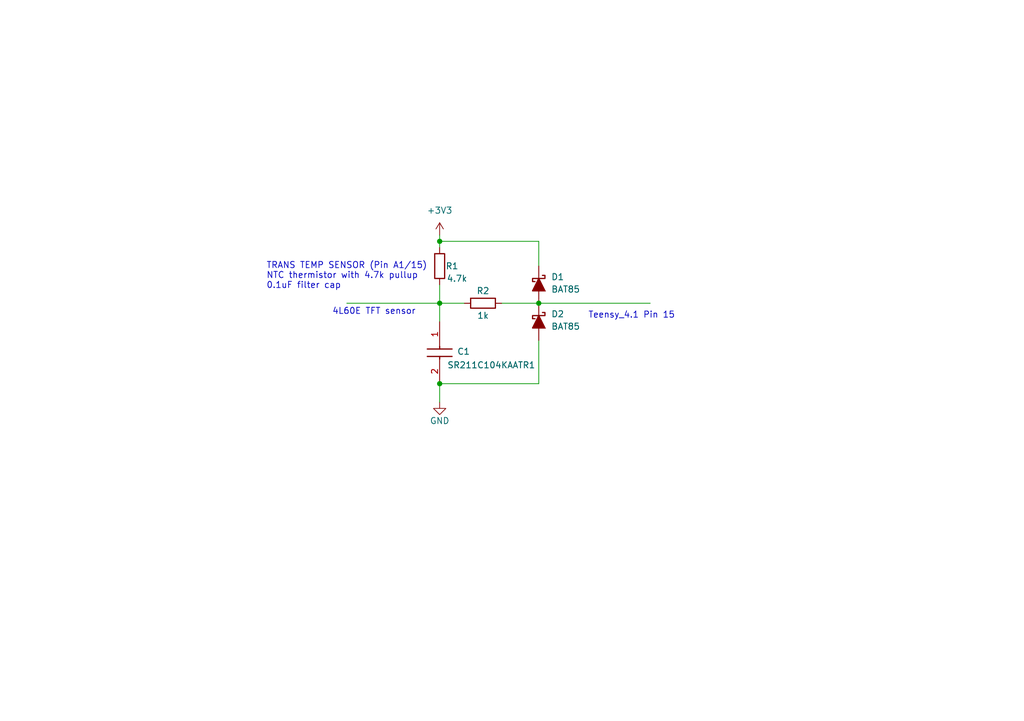
<source format=kicad_sch>
(kicad_sch (version 20250114) (generator "eeschema") (generator_version "9.0")
  (paper "A5")
  (lib_symbols
    (symbol "Device:R" (pin_numbers (hide yes)) (pin_names (offset 0))
      (property "Reference" "R" (at 2.032 0 90))
      (property "Value" "R" (at 0 0 90))
      (symbol "R_0_1"
        (rectangle (start -1.016 -2.54) (end 1.016 2.54) (stroke (width 0.254)))
      )
      (symbol "R_1_1"
        (pin passive line (at 0 3.81 270) (length 1.27) (name "~") (number "1"))
        (pin passive line (at 0 -3.81 90) (length 1.27) (name "~") (number "2"))
      )
    )
    (symbol "PCM_Diode_Schottky_AKL:BAT85" (pin_numbers (hide yes)) (pin_names (offset 1.016) (hide yes))
      (property "Reference" "D" (at 0 5.08 0))
      (property "Value" "BAT85" (at 0 2.54 0))
      (symbol "BAT85_0_1"
        (polyline (pts (xy -1.27 0) (xy 1.27 0)))
        (polyline (pts (xy -1.27 -1.27) (xy -1.27 1.27) (xy 1.27 0) (xy -1.27 -1.27)) (stroke (width 0.254)) (fill (type outline)))
        (polyline (pts (xy 1.905 -0.762) (xy 1.905 -1.27) (xy 1.27 -1.27) (xy 1.27 1.27) (xy 0.635 1.27) (xy 0.635 0.762)) (stroke (width 0.254)))
      )
      (symbol "BAT85_0_2"
        (polyline (pts (xy -2.54 -2.54) (xy 2.54 2.54)))
        (polyline (pts (xy -0.889 -0.889) (xy -1.778 0) (xy 0.889 0.889) (xy 0 -1.778) (xy -0.889 -0.889)) (stroke (width 0.254)) (fill (type outline)))
        (polyline (pts (xy 0 1.778) (xy 1.778 0)) (stroke (width 0.254)))
        (polyline (pts (xy 0 1.778) (xy -0.381 1.397) (xy 0 1.016)) (stroke (width 0.254)))
        (polyline (pts (xy 1.778 0) (xy 2.159 0.381) (xy 1.778 0.762)) (stroke (width 0.254)))
      )
      (symbol "BAT85_1_1"
        (pin passive line (at -3.81 0 0) (length 2.54) (name "A") (number "2"))
        (pin passive line (at 3.81 0 180) (length 2.54) (name "K") (number "1"))
      )
      (symbol "BAT85_1_2"
        (pin passive line (at -2.54 -2.54 0) (length 0) (name "A") (number "2"))
        (pin passive line (at 2.54 2.54 180) (length 0) (name "K") (number "1"))
      )
    )
    (symbol "SamacSys_Parts:SR211C104KAATR1" (pin_names (hide yes))
      (property "Reference" "C" (at 8.89 6.35 0))
      (property "Value" "SR211C104KAATR1" (at 8.89 3.81 0))
      (symbol "SR211C104KAATR1_1_1"
        (polyline (pts (xy 5.08 0) (xy 5.588 0)) (stroke (width 0.254)))
        (polyline (pts (xy 5.588 2.54) (xy 5.588 -2.54)) (stroke (width 0.254)))
        (polyline (pts (xy 7.112 2.54) (xy 7.112 -2.54)) (stroke (width 0.254)))
        (polyline (pts (xy 7.112 0) (xy 7.62 0)) (stroke (width 0.254)))
        (pin passive line (at 0 0 0) (length 5.08) (name "1") (number "1"))
        (pin passive line (at 12.7 0 180) (length 5.08) (name "2") (number "2"))
      )
    )
    (symbol "power:+3V3" (power) (pin_numbers (hide yes)) (pin_names (offset 0) (hide yes))
      (property "Value" "+3V3" (at 0 3.556 0))
      (symbol "+3V3_0_1"
        (polyline (pts (xy -0.762 1.27) (xy 0 2.54)))
        (polyline (pts (xy 0 2.54) (xy 0.762 1.27)))
        (polyline (pts (xy 0 0) (xy 0 2.54)))
      )
      (symbol "+3V3_1_1"
        (pin power_in line (at 0 0 90) (length 0) (name "~") (number "1"))
      )
    )
    (symbol "power:GND" (power) (pin_numbers (hide yes)) (pin_names (offset 0) (hide yes))
      (property "Value" "GND" (at 0 -3.81 0))
      (symbol "GND_0_1"
        (polyline (pts (xy 0 0) (xy 0 -1.27) (xy 1.27 -1.27) (xy 0 -2.54) (xy -1.27 -1.27) (xy 0 -1.27)))
      )
      (symbol "GND_1_1"
        (pin power_in line (at 0 0 270) (length 0) (name "~") (number "1"))
      )
    )
  )
  (text "TRANS TEMP SENSOR (Pin A1/15)\nNTC thermistor with 4.7k pullup\n0.1uF filter cap" (at 54.61 56.642 0) (effects (font (size 1.27 1.27)) (justify left)))
  (text "4L60E TFT sensor" (at 76.708 64.008 0) (effects (font (size 1.27 1.27))))
  (text "Teensy_4.1 Pin 15\n" (at 129.54 64.77 0) (effects (font (size 1.27 1.27))))
  (junction (at 90.17 62.23))
  (junction (at 90.17 49.53))
  (junction (at 110.49 62.23))
  (junction (at 90.17 78.74))
  (wire (pts (xy 110.49 78.74) (xy 90.17 78.74)))
  (wire (pts (xy 110.49 54.61) (xy 110.49 49.53)))
  (wire (pts (xy 110.49 49.53) (xy 90.17 49.53)))
  (wire (pts (xy 110.49 69.85) (xy 110.49 78.74)))
  (wire (pts (xy 110.49 62.23) (xy 133.35 62.23)))
  (wire (pts (xy 90.17 49.53) (xy 90.17 50.8)))
  (wire (pts (xy 90.17 66.04) (xy 90.17 62.23)))
  (wire (pts (xy 90.17 78.74) (xy 90.17 82.55)))
  (wire (pts (xy 90.17 48.26) (xy 90.17 49.53)))
  (wire (pts (xy 90.17 62.23) (xy 71.12 62.23)))
  (wire (pts (xy 102.87 62.23) (xy 110.49 62.23)))
  (wire (pts (xy 90.17 62.23) (xy 95.25 62.23)))
  (wire (pts (xy 90.17 58.42) (xy 90.17 62.23)))
  (symbol (lib_id "PCM_Diode_Schottky_AKL:BAT85") (at 110.49 66.04 90) (unit 1)
    (property "Reference" "D2" (at 113.03 64.4524 90) (effects (justify right)))
    (property "Value" "BAT85" (at 113.03 66.9924 90) (effects (justify right)))
    (property "Footprint" "PCM_Diode_THT_AKL:D_DO-34_SOD68_P7.62mm_Horizontal" (effects (hide yes)))
    (property "Datasheet" "https://www.tme.eu/Document/a02201ffd45e43da73ea0afaa07300b7/BAT85.pdf" (effects (hide yes)))
    (property "Description" "DO-34 Schottky diode, 30V, 200mA, Alternate KiCAD Library" (effects (hide yes)))
  )
  (symbol (lib_id "SamacSys_Parts:SR211C104KAATR1") (at 90.17 66.04 270) (unit 1)
    (property "Reference" "C1" (at 93.726 72.136 90) (effects (justify left)))
    (property "Value" "SR211C104KAATR1" (at 91.694 74.93 90) (effects (justify left)))
    (property "Footprint" "SamacSys_Parts:SR211C104KAATR1" (effects (hide yes)))
    (property "Datasheet" "https://datasheets.kyocera-avx.com/SR-Series.pdf" (effects (hide yes)))
    (property "Description" "Multilayer Ceramic Capacitors MLCC - Leaded 100V 0.1uF X7R Long Leads 1\"min 10% A 581-SR211C104KARTR1" (effects (hide yes)))
    (property "Height" "5.08" (effects (hide yes)))
    (property "Mouser Part Number" "581-SR211C104KAATR1" (effects (hide yes)))
    (property "Mouser Price/Stock" "https://www.mouser.co.uk/ProductDetail/KYOCERA-AVX/SR211C104KAATR1?qs=wrl9V6q653S2nTpVE13MlA%3D%3D" (effects (hide yes)))
    (property "Manufacturer_Name" "Kyocera AVX" (effects (hide yes)))
    (property "Manufacturer_Part_Number" "SR211C104KAATR1" (effects (hide yes)))
  )
  (symbol (lib_id "Device:R") (at 99.06 62.23 90) (unit 1)
    (property "Reference" "R2" (at 99.06 59.69 90))
    (property "Value" "1k" (at 99.06 64.77 90))
  )
  (symbol (lib_id "Device:R") (at 90.17 54.61 0) (unit 1)
    (property "Reference" "R1" (at 92.71 54.61 0))
    (property "Value" "4.7k" (at 93.726 57.15 0))
  )
  (symbol (lib_id "power:GND") (at 90.17 82.55 0) (unit 1) (in_bom no)
    (property "Reference" "#PWR02" (effects (hide yes)))
    (property "Value" "GND" (at 90.17 86.36 0))
  )
  (symbol (lib_id "PCM_Diode_Schottky_AKL:BAT85") (at 110.49 58.42 90) (unit 1)
    (property "Reference" "D1" (at 113.03 56.8324 90) (effects (justify right)))
    (property "Value" "BAT85" (at 113.03 59.3724 90) (effects (justify right)))
    (property "Footprint" "PCM_Diode_THT_AKL:D_DO-34_SOD68_P7.62mm_Horizontal" (effects (hide yes)))
    (property "Datasheet" "https://www.tme.eu/Document/a02201ffd45e43da73ea0afaa07300b7/BAT85.pdf" (effects (hide yes)))
    (property "Description" "DO-34 Schottky diode, 30V, 200mA, Alternate KiCAD Library" (effects (hide yes)))
  )
  (symbol (lib_id "power:+3V3") (at 90.17 48.26 0) (unit 1)
    (property "Reference" "#PWR01" (effects (hide yes)))
    (property "Value" "+3V3" (at 90.17 43.18 0))
    (property "Description" "Power symbol creates a global label with name \"+3V3\"" (effects (hide yes)))
  )
)
</source>
